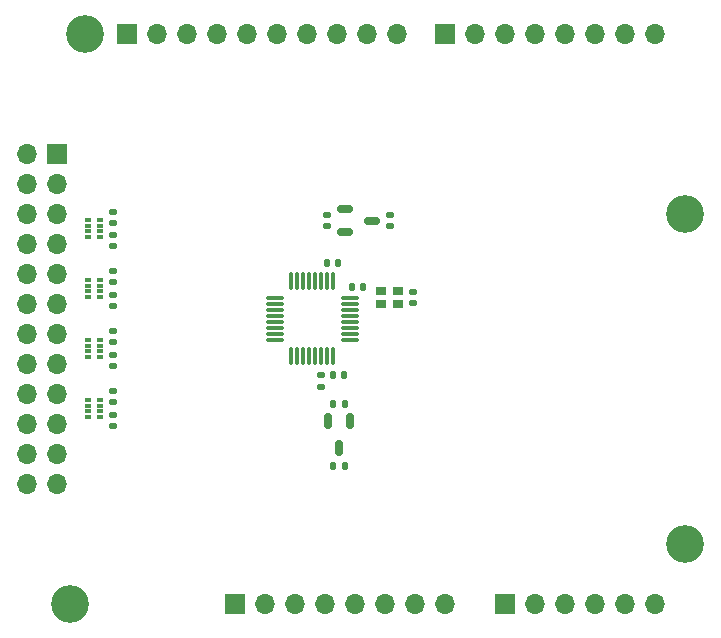
<source format=gbr>
%TF.GenerationSoftware,KiCad,Pcbnew,8.0.3-8.0.3-0~ubuntu23.10.1*%
%TF.CreationDate,2024-08-03T00:22:19-04:00*%
%TF.ProjectId,ADS131M08_Arduino,41445331-3331-44d3-9038-5f4172647569,rev?*%
%TF.SameCoordinates,Original*%
%TF.FileFunction,Soldermask,Top*%
%TF.FilePolarity,Negative*%
%FSLAX46Y46*%
G04 Gerber Fmt 4.6, Leading zero omitted, Abs format (unit mm)*
G04 Created by KiCad (PCBNEW 8.0.3-8.0.3-0~ubuntu23.10.1) date 2024-08-03 00:22:19*
%MOMM*%
%LPD*%
G01*
G04 APERTURE LIST*
G04 Aperture macros list*
%AMRoundRect*
0 Rectangle with rounded corners*
0 $1 Rounding radius*
0 $2 $3 $4 $5 $6 $7 $8 $9 X,Y pos of 4 corners*
0 Add a 4 corners polygon primitive as box body*
4,1,4,$2,$3,$4,$5,$6,$7,$8,$9,$2,$3,0*
0 Add four circle primitives for the rounded corners*
1,1,$1+$1,$2,$3*
1,1,$1+$1,$4,$5*
1,1,$1+$1,$6,$7*
1,1,$1+$1,$8,$9*
0 Add four rect primitives between the rounded corners*
20,1,$1+$1,$2,$3,$4,$5,0*
20,1,$1+$1,$4,$5,$6,$7,0*
20,1,$1+$1,$6,$7,$8,$9,0*
20,1,$1+$1,$8,$9,$2,$3,0*%
G04 Aperture macros list end*
%ADD10RoundRect,0.140000X-0.140000X-0.170000X0.140000X-0.170000X0.140000X0.170000X-0.140000X0.170000X0*%
%ADD11RoundRect,0.140000X-0.170000X0.140000X-0.170000X-0.140000X0.170000X-0.140000X0.170000X0.140000X0*%
%ADD12R,1.700000X1.700000*%
%ADD13O,1.700000X1.700000*%
%ADD14R,0.500000X0.320000*%
%ADD15RoundRect,0.140000X0.170000X-0.140000X0.170000X0.140000X-0.170000X0.140000X-0.170000X-0.140000X0*%
%ADD16R,0.900000X0.800000*%
%ADD17C,3.200000*%
%ADD18RoundRect,0.075000X-0.675000X-0.075000X0.675000X-0.075000X0.675000X0.075000X-0.675000X0.075000X0*%
%ADD19RoundRect,0.075000X-0.075000X-0.675000X0.075000X-0.675000X0.075000X0.675000X-0.075000X0.675000X0*%
%ADD20RoundRect,0.150000X-0.512500X-0.150000X0.512500X-0.150000X0.512500X0.150000X-0.512500X0.150000X0*%
%ADD21RoundRect,0.150000X-0.150000X0.512500X-0.150000X-0.512500X0.150000X-0.512500X0.150000X0.512500X0*%
G04 APERTURE END LIST*
D10*
%TO.C,C2*%
X36220000Y21900000D03*
X37180000Y21900000D03*
%TD*%
D11*
%TO.C,C3*%
X35200000Y21880000D03*
X35200000Y20920000D03*
%TD*%
D12*
%TO.C,J5*%
X12875000Y40670000D03*
D13*
X10335000Y40670000D03*
X12875000Y38130000D03*
X10335000Y38130000D03*
X12875000Y35590000D03*
X10335000Y35590000D03*
X12875000Y33050000D03*
X10335000Y33050000D03*
X12875000Y30510000D03*
X10335000Y30510000D03*
X12875000Y27970000D03*
X10335000Y27970000D03*
X12875000Y25430000D03*
X10335000Y25430000D03*
X12875000Y22890000D03*
X10335000Y22890000D03*
X12875000Y20350000D03*
X10335000Y20350000D03*
X12875000Y17810000D03*
X10335000Y17810000D03*
X12875000Y15270000D03*
X10335000Y15270000D03*
X12875000Y12730000D03*
X10335000Y12730000D03*
%TD*%
D14*
%TO.C,RN3*%
X16500000Y33570000D03*
X16500000Y34070000D03*
X16500000Y34570000D03*
X16500000Y35070000D03*
X15500000Y35070000D03*
X15500000Y34570000D03*
X15500000Y34070000D03*
X15500000Y33570000D03*
%TD*%
%TO.C,RN1*%
X16500000Y28490000D03*
X16500000Y28990000D03*
X16500000Y29490000D03*
X16500000Y29990000D03*
X15500000Y29990000D03*
X15500000Y29490000D03*
X15500000Y28990000D03*
X15500000Y28490000D03*
%TD*%
D15*
%TO.C,C5*%
X43000000Y28020000D03*
X43000000Y28980000D03*
%TD*%
D11*
%TO.C,C10*%
X17600000Y25640000D03*
X17600000Y24680000D03*
%TD*%
D15*
%TO.C,C7*%
X17600000Y32840000D03*
X17600000Y33800000D03*
%TD*%
D11*
%TO.C,C12*%
X17600000Y20560000D03*
X17600000Y19600000D03*
%TD*%
D15*
%TO.C,C13*%
X17600000Y17600000D03*
X17600000Y18560000D03*
%TD*%
%TO.C,C9*%
X17600000Y27760000D03*
X17600000Y28720000D03*
%TD*%
D16*
%TO.C,X1*%
X41700000Y29050000D03*
X40300000Y29050000D03*
X40300000Y27950000D03*
X41700000Y27950000D03*
%TD*%
D10*
%TO.C,C17*%
X36250000Y19500000D03*
X37210000Y19500000D03*
%TD*%
D17*
%TO.C,MH1*%
X15240000Y50800000D03*
%TD*%
D15*
%TO.C,C15*%
X35750000Y34520000D03*
X35750000Y35480000D03*
%TD*%
D10*
%TO.C,C1*%
X35700000Y31400000D03*
X36660000Y31400000D03*
%TD*%
D18*
%TO.C,U1*%
X31275000Y28420000D03*
X31275000Y27920000D03*
X31275000Y27420000D03*
X31275000Y26920000D03*
X31275000Y26420000D03*
X31275000Y25920000D03*
X31275000Y25420000D03*
X31275000Y24920000D03*
D19*
X32700000Y23495000D03*
X33200000Y23495000D03*
X33700000Y23495000D03*
X34200000Y23495000D03*
X34700000Y23495000D03*
X35200000Y23495000D03*
X35700000Y23495000D03*
X36200000Y23495000D03*
D18*
X37625000Y24920000D03*
X37625000Y25420000D03*
X37625000Y25920000D03*
X37625000Y26420000D03*
X37625000Y26920000D03*
X37625000Y27420000D03*
X37625000Y27920000D03*
X37625000Y28420000D03*
D19*
X36200000Y29845000D03*
X35700000Y29845000D03*
X35200000Y29845000D03*
X34700000Y29845000D03*
X34200000Y29845000D03*
X33700000Y29845000D03*
X33200000Y29845000D03*
X32700000Y29845000D03*
%TD*%
D14*
%TO.C,RN4*%
X16500000Y18330000D03*
X16500000Y18830000D03*
X16500000Y19330000D03*
X16500000Y19830000D03*
X15500000Y19830000D03*
X15500000Y19330000D03*
X15500000Y18830000D03*
X15500000Y18330000D03*
%TD*%
D15*
%TO.C,C16*%
X41010000Y34520000D03*
X41010000Y35480000D03*
%TD*%
D20*
%TO.C,U2*%
X37242500Y35950000D03*
X37242500Y34050000D03*
X39517500Y35000000D03*
%TD*%
D11*
%TO.C,C6*%
X17600000Y35710000D03*
X17600000Y34750000D03*
%TD*%
D15*
%TO.C,C11*%
X17600000Y22680000D03*
X17600000Y23640000D03*
%TD*%
D10*
%TO.C,C14*%
X36250000Y14240000D03*
X37210000Y14240000D03*
%TD*%
%TO.C,C4*%
X37820000Y29400000D03*
X38780000Y29400000D03*
%TD*%
D11*
%TO.C,C8*%
X17600000Y30720000D03*
X17600000Y29760000D03*
%TD*%
D17*
%TO.C,MH2*%
X13970000Y2540000D03*
%TD*%
%TO.C,MH3*%
X66040000Y35560000D03*
%TD*%
%TO.C,MH4*%
X66040000Y7620000D03*
%TD*%
D14*
%TO.C,RN2*%
X16500000Y23410000D03*
X16500000Y23910000D03*
X16500000Y24410000D03*
X16500000Y24910000D03*
X15500000Y24910000D03*
X15500000Y24410000D03*
X15500000Y23910000D03*
X15500000Y23410000D03*
%TD*%
D21*
%TO.C,U3*%
X37680000Y18007500D03*
X35780000Y18007500D03*
X36730000Y15732500D03*
%TD*%
D12*
%TO.C,J1*%
X27940000Y2540000D03*
D13*
X30480000Y2540000D03*
X33020000Y2540000D03*
X35560000Y2540000D03*
X38100000Y2540000D03*
X40640000Y2540000D03*
X43180000Y2540000D03*
X45720000Y2540000D03*
%TD*%
D12*
%TO.C,J3*%
X50800000Y2540000D03*
D13*
X53340000Y2540000D03*
X55880000Y2540000D03*
X58420000Y2540000D03*
X60960000Y2540000D03*
X63500000Y2540000D03*
%TD*%
D12*
%TO.C,J2*%
X18796000Y50800000D03*
D13*
X21336000Y50800000D03*
X23876000Y50800000D03*
X26416000Y50800000D03*
X28956000Y50800000D03*
X31496000Y50800000D03*
X34036000Y50800000D03*
X36576000Y50800000D03*
X39116000Y50800000D03*
X41656000Y50800000D03*
%TD*%
D12*
%TO.C,J4*%
X45720000Y50800000D03*
D13*
X48260000Y50800000D03*
X50800000Y50800000D03*
X53340000Y50800000D03*
X55880000Y50800000D03*
X58420000Y50800000D03*
X60960000Y50800000D03*
X63500000Y50800000D03*
%TD*%
M02*

</source>
